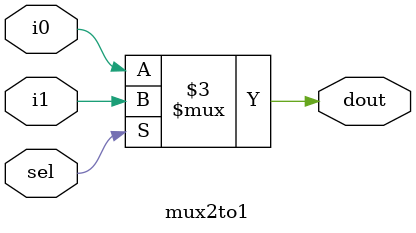
<source format=v>
module  mux2to1 ( dout, sel, i0, i1 );
  output dout;
  input  sel;
  input  i0, i1;

  reg dout;
 
  always @ (sel or i0 or i1)
  begin
    if (sel) dout <= i1;
    else     dout <= i0;
  end
endmodule

</source>
